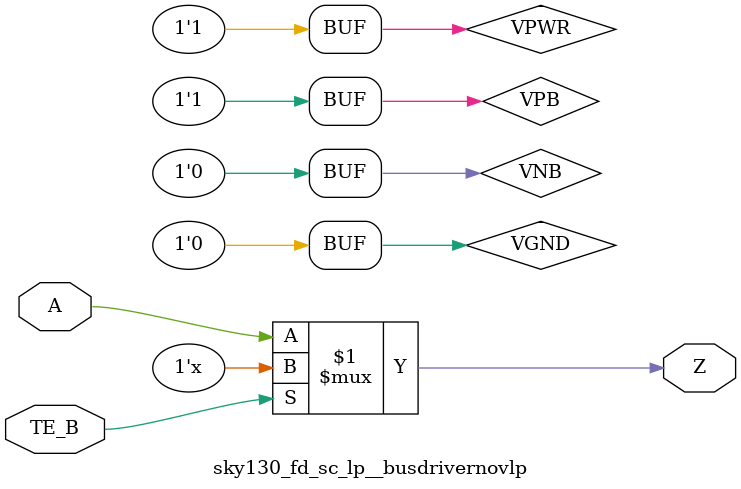
<source format=v>
/*
 * Copyright 2020 The SkyWater PDK Authors
 *
 * Licensed under the Apache License, Version 2.0 (the "License");
 * you may not use this file except in compliance with the License.
 * You may obtain a copy of the License at
 *
 *     https://www.apache.org/licenses/LICENSE-2.0
 *
 * Unless required by applicable law or agreed to in writing, software
 * distributed under the License is distributed on an "AS IS" BASIS,
 * WITHOUT WARRANTIES OR CONDITIONS OF ANY KIND, either express or implied.
 * See the License for the specific language governing permissions and
 * limitations under the License.
 *
 * SPDX-License-Identifier: Apache-2.0
*/


`ifndef SKY130_FD_SC_LP__BUSDRIVERNOVLP_BEHAVIORAL_V
`define SKY130_FD_SC_LP__BUSDRIVERNOVLP_BEHAVIORAL_V

/**
 * busdrivernovlp: Bus driver, enable gates pulldown only (pmoshvt
 *                 devices).
 *
 * Verilog simulation functional model.
 */

`timescale 1ns / 1ps
`default_nettype none

`celldefine
module sky130_fd_sc_lp__busdrivernovlp (
    Z   ,
    A   ,
    TE_B
);

    // Module ports
    output Z   ;
    input  A   ;
    input  TE_B;

    // Module supplies
    supply1 VPWR;
    supply0 VGND;
    supply1 VPB ;
    supply0 VNB ;

    //     Name     Output  Other arguments
    bufif0 bufif00 (Z     , A, TE_B        );

endmodule
`endcelldefine

`default_nettype wire
`endif  // SKY130_FD_SC_LP__BUSDRIVERNOVLP_BEHAVIORAL_V
</source>
